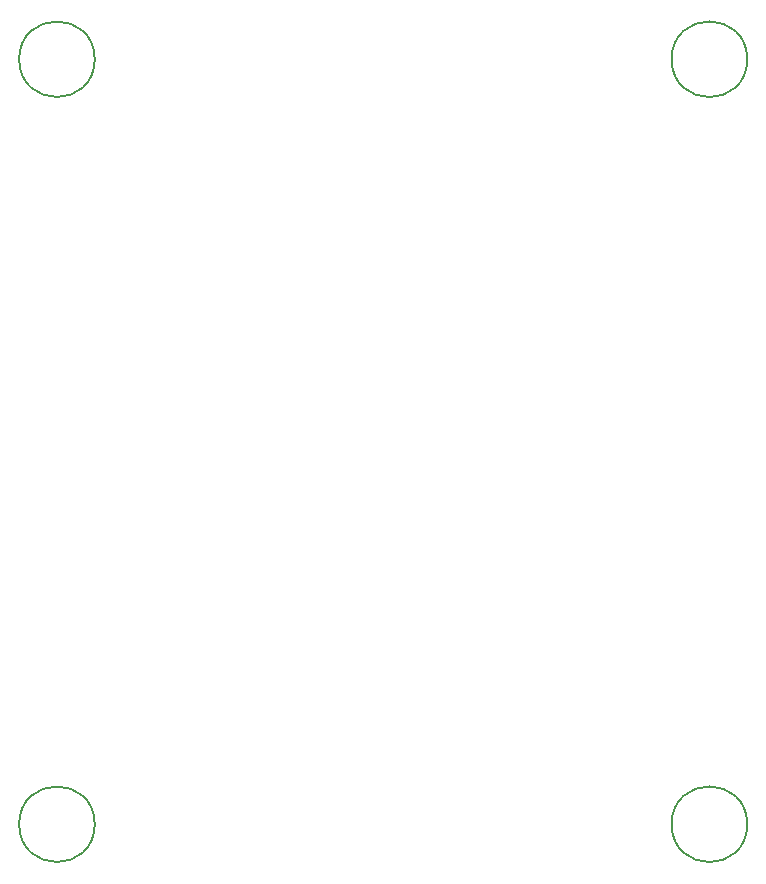
<source format=gbr>
%TF.GenerationSoftware,KiCad,Pcbnew,7.0.10-7.0.10~ubuntu22.04.1*%
%TF.CreationDate,2024-07-15T15:34:11-04:00*%
%TF.ProjectId,IcePSMNR55,49636550-534d-44e5-9235-352e6b696361,rev?*%
%TF.SameCoordinates,Original*%
%TF.FileFunction,Other,Comment*%
%FSLAX46Y46*%
G04 Gerber Fmt 4.6, Leading zero omitted, Abs format (unit mm)*
G04 Created by KiCad (PCBNEW 7.0.10-7.0.10~ubuntu22.04.1) date 2024-07-15 15:34:11*
%MOMM*%
%LPD*%
G01*
G04 APERTURE LIST*
%ADD10C,0.150000*%
G04 APERTURE END LIST*
D10*
%TO.C,H1*%
X60985000Y-102870000D02*
G75*
G03*
X54585000Y-102870000I-3200000J0D01*
G01*
X54585000Y-102870000D02*
G75*
G03*
X60985000Y-102870000I3200000J0D01*
G01*
%TO.C,H2*%
X60985000Y-38100000D02*
G75*
G03*
X54585000Y-38100000I-3200000J0D01*
G01*
X54585000Y-38100000D02*
G75*
G03*
X60985000Y-38100000I3200000J0D01*
G01*
%TO.C,H4*%
X116230000Y-102870000D02*
G75*
G03*
X109830000Y-102870000I-3200000J0D01*
G01*
X109830000Y-102870000D02*
G75*
G03*
X116230000Y-102870000I3200000J0D01*
G01*
%TO.C,H3*%
X116230000Y-38100000D02*
G75*
G03*
X109830000Y-38100000I-3200000J0D01*
G01*
X109830000Y-38100000D02*
G75*
G03*
X116230000Y-38100000I3200000J0D01*
G01*
%TD*%
M02*

</source>
